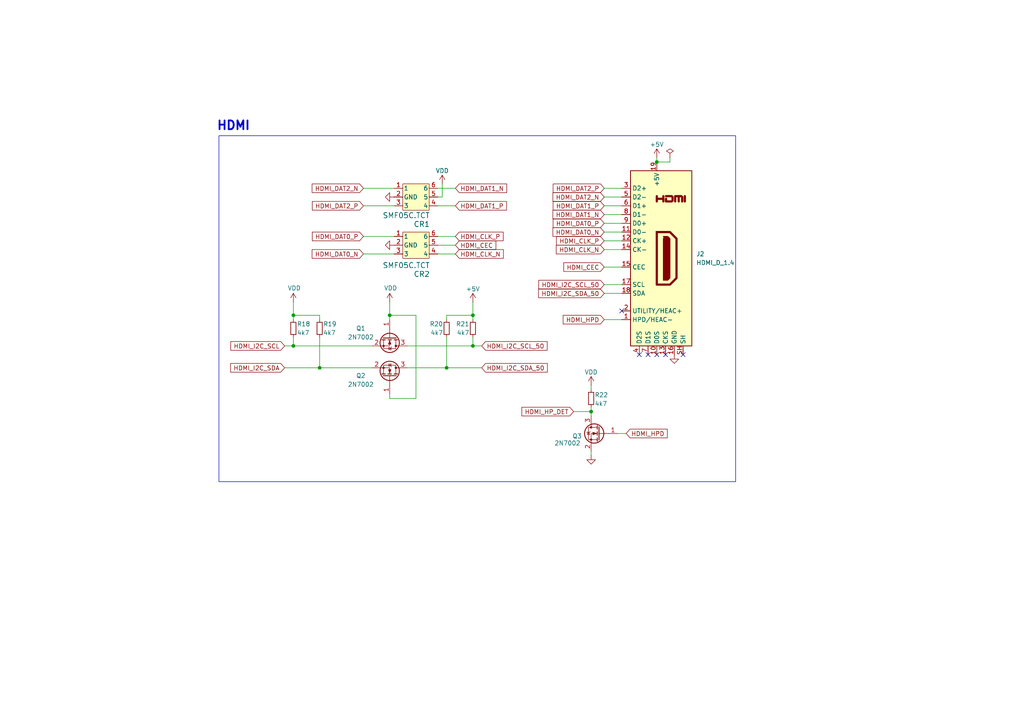
<source format=kicad_sch>
(kicad_sch (version 20231120) (generator "eeschema") (generator_version "8.0")
  (paper "A4")
  (lib_symbols
    (symbol "Connector:HDMI_D_1.4"
      (property "Reference" "J" (at -6.35 26.67 0))
      (property "Value" "HDMI_D_1.4" (at 10.16 26.67 0))
      (symbol "HDMI_D_1.4_0_0"
        (polyline (pts (xy 8.128 16.51) (xy 8.128 18.034)) (stroke (width 0.635)))
        (polyline (pts (xy 0 16.51) (xy 0 18.034) (xy 0 17.272) (xy 1.905 17.272) (xy 1.905 18.034) (xy 1.905 16.51)) (stroke (width 0.635)))
        (polyline (pts (xy 2.667 18.034) (xy 4.318 18.034) (xy 4.572 17.78) (xy 4.572 16.764) (xy 4.318 16.51) (xy 2.667 16.51) (xy 2.667 17.272)) (stroke (width 0.635)))
      )
      (symbol "HDMI_D_1.4_0_1"
        (rectangle (start -7.62 25.4) (end 10.16 -25.4) (stroke (width 0.254)) (fill (type background)))
        (polyline (pts (xy 0 7.62) (xy 3.81 7.62) (xy 5.715 5.715) (xy 5.715 -5.715) (xy 3.81 -7.62) (xy 0 -7.62) (xy 0 7.62)) (stroke (width 0.635)))
        (polyline (pts (xy 1.905 6.35) (xy 3.175 6.35) (xy 3.81 5.715) (xy 3.81 -5.715) (xy 3.175 -6.35) (xy 1.905 -6.35) (xy 1.905 5.715)) (stroke (width 0.254)) (fill (type outline)))
        (polyline (pts (xy 5.334 16.51) (xy 5.334 18.034) (xy 6.35 18.034) (xy 6.35 16.51) (xy 6.35 18.034) (xy 7.112 18.034) (xy 7.366 17.78) (xy 7.366 16.51)) (stroke (width 0.635)))
      )
      (symbol "HDMI_D_1.4_1_1"
        (pin passive line (at -10.16 -17.78 0) (length 2.54) (name "HPD/HEAC-") (number "1"))
        (pin power_in line (at 0 -27.94 90) (length 2.54) (name "D0S") (number "10"))
        (pin passive line (at -10.16 7.62 0) (length 2.54) (name "D0-") (number "11"))
        (pin passive line (at -10.16 5.08 0) (length 2.54) (name "CK+") (number "12"))
        (pin power_in line (at 2.54 -27.94 90) (length 2.54) (name "CKS") (number "13"))
        (pin passive line (at -10.16 2.54 0) (length 2.54) (name "CK-") (number "14"))
        (pin bidirectional line (at -10.16 -2.54 0) (length 2.54) (name "CEC") (number "15"))
        (pin power_in line (at 5.08 -27.94 90) (length 2.54) (name "GND") (number "16"))
        (pin passive line (at -10.16 -7.62 0) (length 2.54) (name "SCL") (number "17"))
        (pin bidirectional line (at -10.16 -10.16 0) (length 2.54) (name "SDA") (number "18"))
        (pin power_in line (at 0 27.94 270) (length 2.54) (name "+5V") (number "19"))
        (pin passive line (at -10.16 -15.24 0) (length 2.54) (name "UTILITY/HEAC+") (number "2"))
        (pin passive line (at -10.16 20.32 0) (length 2.54) (name "D2+") (number "3"))
        (pin power_in line (at -5.08 -27.94 90) (length 2.54) (name "D2S") (number "4"))
        (pin passive line (at -10.16 17.78 0) (length 2.54) (name "D2-") (number "5"))
        (pin passive line (at -10.16 15.24 0) (length 2.54) (name "D1+") (number "6"))
        (pin power_in line (at -2.54 -27.94 90) (length 2.54) (name "D1S") (number "7"))
        (pin passive line (at -10.16 12.7 0) (length 2.54) (name "D1-") (number "8"))
        (pin passive line (at -10.16 10.16 0) (length 2.54) (name "D0+") (number "9"))
        (pin passive line (at 7.62 -27.94 90) (length 2.54) (name "SH") (number "SH"))
      )
    )
    (symbol "Device:R_Small" (pin_numbers hide) (pin_names (offset 0.254) hide)
      (property "Reference" "R" (at 0.762 0.508 0))
      (property "Value" "R_Small" (at 0.762 -1.016 0))
      (symbol "R_Small_0_1"
        (rectangle (start -0.762 1.778) (end 0.762 -1.778) (stroke (width 0.2032)))
      )
      (symbol "R_Small_1_1"
        (pin passive line (at 0 2.54 270) (length 0.762) (name "~") (number "1"))
        (pin passive line (at 0 -2.54 90) (length 0.762) (name "~") (number "2"))
      )
    )
    (symbol "SMF05C.TCT_1" (pin_names (offset 0.254))
      (property "Reference" "CR" (at 12.7 7.62 0))
      (property "Value" "SMF05C.TCT" (at 12.7 5.08 0))
      (symbol "SMF05C.TCT_1_1_1"
        (rectangle (start 2.54 1.27) (end 10.16 -6.35) (fill (type background)))
        (pin input line (at 0 0 0) (length 2.54) (name "1") (number "1"))
        (pin input line (at 0 -2.54 0) (length 2.54) (name "GND") (number "2"))
        (pin input line (at 0 -5.08 0) (length 2.54) (name "3") (number "3"))
        (pin input line (at 12.7 -5.08 180) (length 2.54) (name "4") (number "4"))
        (pin input line (at 12.7 -2.54 180) (length 2.54) (name "5") (number "5"))
        (pin input line (at 12.7 0 180) (length 2.54) (name "6") (number "6"))
      )
    )
    (symbol "Transistor_FET:2N7002" (pin_names hide)
      (property "Reference" "Q" (at 5.08 1.905 0))
      (property "Value" "2N7002" (at 5.08 0 0))
      (symbol "2N7002_0_1"
        (polyline (pts (xy 0.254 0) (xy -2.54 0)))
        (polyline (pts (xy 0.254 1.905) (xy 0.254 -1.905)) (stroke (width 0.254)))
        (polyline (pts (xy 0.762 -1.27) (xy 0.762 -2.286)) (stroke (width 0.254)))
        (polyline (pts (xy 0.762 0.508) (xy 0.762 -0.508)) (stroke (width 0.254)))
        (polyline (pts (xy 0.762 2.286) (xy 0.762 1.27)) (stroke (width 0.254)))
        (polyline (pts (xy 2.54 2.54) (xy 2.54 1.778)))
        (polyline (pts (xy 2.54 -2.54) (xy 2.54 0) (xy 0.762 0)))
        (polyline (pts (xy 0.762 -1.778) (xy 3.302 -1.778) (xy 3.302 1.778) (xy 0.762 1.778)))
        (polyline (pts (xy 1.016 0) (xy 2.032 0.381) (xy 2.032 -0.381) (xy 1.016 0)) (fill (type outline)))
        (polyline (pts (xy 2.794 0.508) (xy 2.921 0.381) (xy 3.683 0.381) (xy 3.81 0.254)))
        (polyline (pts (xy 3.302 0.381) (xy 2.921 -0.254) (xy 3.683 -0.254) (xy 3.302 0.381)))
        (circle (center 1.651 0) (radius 2.794) (stroke (width 0.254)))
        (circle (center 2.54 -1.778) (radius 0.254) (fill (type outline)))
        (circle (center 2.54 1.778) (radius 0.254) (fill (type outline)))
      )
      (symbol "2N7002_1_1"
        (pin input line (at -5.08 0 0) (length 2.54) (name "G") (number "1"))
        (pin passive line (at 2.54 -5.08 90) (length 2.54) (name "S") (number "2"))
        (pin passive line (at 2.54 5.08 270) (length 2.54) (name "D") (number "3"))
      )
    )
    (symbol "power:+3V3" (power) (pin_numbers hide) (pin_names (offset 0) hide)
      (property "Value" "+3V3" (at 0 3.556 0))
      (symbol "+3V3_0_1"
        (polyline (pts (xy -0.762 1.27) (xy 0 2.54)))
        (polyline (pts (xy 0 0) (xy 0 2.54)))
        (polyline (pts (xy 0 2.54) (xy 0.762 1.27)))
      )
      (symbol "+3V3_1_1"
        (pin power_in line (at 0 0 90) (length 0) (name "~") (number "1"))
      )
    )
    (symbol "power:+5V" (power) (pin_numbers hide) (pin_names (offset 0) hide)
      (property "Value" "+5V" (at 0 3.556 0))
      (symbol "+5V_0_1"
        (polyline (pts (xy -0.762 1.27) (xy 0 2.54)))
        (polyline (pts (xy 0 0) (xy 0 2.54)))
        (polyline (pts (xy 0 2.54) (xy 0.762 1.27)))
      )
      (symbol "+5V_1_1"
        (pin power_in line (at 0 0 90) (length 0) (name "~") (number "1"))
      )
    )
    (symbol "power:GND" (power) (pin_numbers hide) (pin_names (offset 0) hide)
      (property "Value" "GND" (at 0 -3.81 0))
      (symbol "GND_0_1"
        (polyline (pts (xy 0 0) (xy 0 -1.27) (xy 1.27 -1.27) (xy 0 -2.54) (xy -1.27 -1.27) (xy 0 -1.27)))
      )
      (symbol "GND_1_1"
        (pin power_in line (at 0 0 270) (length 0) (name "~") (number "1"))
      )
    )
    (symbol "power:PWR_FLAG" (power) (pin_numbers hide) (pin_names (offset 0) hide)
      (property "Value" "PWR_FLAG" (at 0 3.81 0))
      (symbol "PWR_FLAG_0_0"
        (pin power_out line (at 0 0 90) (length 0) (name "~") (number "1"))
      )
      (symbol "PWR_FLAG_0_1"
        (polyline (pts (xy 0 0) (xy 0 1.27) (xy -1.016 1.905) (xy 0 2.54) (xy 1.016 1.905) (xy 0 1.27)))
      )
    )
    (symbol "power:VDD" (power) (pin_numbers hide) (pin_names (offset 0) hide)
      (property "Value" "VDD" (at 0 3.556 0))
      (symbol "VDD_0_1"
        (polyline (pts (xy -0.762 1.27) (xy 0 2.54)))
        (polyline (pts (xy 0 0) (xy 0 2.54)))
        (polyline (pts (xy 0 2.54) (xy 0.762 1.27)))
      )
      (symbol "VDD_1_1"
        (pin power_in line (at 0 0 90) (length 0) (name "~") (number "1"))
      )
    )
  )
  (junction (at 129.54 106.68))
  (junction (at 190.5 46.99))
  (junction (at 92.71 106.68))
  (junction (at 85.09 91.44))
  (junction (at 137.16 91.44))
  (junction (at 85.09 100.33))
  (junction (at 137.16 100.33))
  (junction (at 171.45 119.38))
  (junction (at 113.03 91.44))
  (no_connect (at 180.34 90.17))
  (no_connect (at 187.96 102.87))
  (no_connect (at 198.12 102.87))
  (no_connect (at 190.5 102.87))
  (no_connect (at 193.04 102.87))
  (no_connect (at 185.42 102.87))
  (wire (pts (xy 82.55 106.68) (xy 92.71 106.68)))
  (wire (pts (xy 180.34 82.55) (xy 175.26 82.55)))
  (wire (pts (xy 105.41 59.69) (xy 114.3 59.69)))
  (wire (pts (xy 180.34 85.09) (xy 175.26 85.09)))
  (wire (pts (xy 120.65 91.44) (xy 113.03 91.44)))
  (wire (pts (xy 85.09 91.44) (xy 92.71 91.44)))
  (wire (pts (xy 137.16 91.44) (xy 137.16 92.71)))
  (wire (pts (xy 137.16 87.63) (xy 137.16 91.44)))
  (wire (pts (xy 105.41 54.61) (xy 114.3 54.61)))
  (wire (pts (xy 129.54 97.79) (xy 129.54 106.68)))
  (wire (pts (xy 128.27 57.15) (xy 127 57.15)))
  (wire (pts (xy 127 73.66) (xy 132.08 73.66)))
  (wire (pts (xy 113.03 91.44) (xy 113.03 92.71)))
  (wire (pts (xy 180.34 64.77) (xy 175.26 64.77)))
  (wire (pts (xy 139.7 100.33) (xy 137.16 100.33)))
  (wire (pts (xy 166.37 119.38) (xy 171.45 119.38)))
  (wire (pts (xy 180.34 69.85) (xy 175.26 69.85)))
  (wire (pts (xy 85.09 100.33) (xy 107.95 100.33)))
  (wire (pts (xy 194.31 46.99) (xy 190.5 46.99)))
  (wire (pts (xy 190.5 45.72) (xy 190.5 46.99)))
  (wire (pts (xy 180.34 77.47) (xy 175.26 77.47)))
  (wire (pts (xy 128.27 53.34) (xy 128.27 57.15)))
  (wire (pts (xy 127 68.58) (xy 132.08 68.58)))
  (wire (pts (xy 180.34 59.69) (xy 175.26 59.69)))
  (wire (pts (xy 132.08 71.12) (xy 127 71.12)))
  (wire (pts (xy 137.16 100.33) (xy 118.11 100.33)))
  (wire (pts (xy 105.41 73.66) (xy 114.3 73.66)))
  (wire (pts (xy 129.54 106.68) (xy 139.7 106.68)))
  (wire (pts (xy 92.71 97.79) (xy 92.71 106.68)))
  (wire (pts (xy 137.16 97.79) (xy 137.16 100.33)))
  (wire (pts (xy 137.16 91.44) (xy 129.54 91.44)))
  (wire (pts (xy 181.61 125.73) (xy 179.07 125.73)))
  (wire (pts (xy 180.34 72.39) (xy 175.26 72.39)))
  (wire (pts (xy 129.54 91.44) (xy 129.54 92.71)))
  (wire (pts (xy 171.45 111.76) (xy 171.45 113.03)))
  (wire (pts (xy 127 59.69) (xy 132.08 59.69)))
  (wire (pts (xy 113.03 114.3) (xy 113.03 115.57)))
  (wire (pts (xy 120.65 91.44) (xy 120.65 115.57)))
  (wire (pts (xy 85.09 91.44) (xy 85.09 92.71)))
  (wire (pts (xy 180.34 62.23) (xy 175.26 62.23)))
  (wire (pts (xy 113.03 87.63) (xy 113.03 91.44)))
  (wire (pts (xy 194.31 45.72) (xy 194.31 46.99)))
  (wire (pts (xy 180.34 57.15) (xy 175.26 57.15)))
  (wire (pts (xy 92.71 91.44) (xy 92.71 92.71)))
  (wire (pts (xy 82.55 100.33) (xy 85.09 100.33)))
  (wire (pts (xy 127 54.61) (xy 132.08 54.61)))
  (wire (pts (xy 180.34 67.31) (xy 175.26 67.31)))
  (wire (pts (xy 171.45 118.11) (xy 171.45 119.38)))
  (wire (pts (xy 171.45 119.38) (xy 171.45 120.65)))
  (wire (pts (xy 105.41 68.58) (xy 114.3 68.58)))
  (wire (pts (xy 85.09 97.79) (xy 85.09 100.33)))
  (wire (pts (xy 120.65 115.57) (xy 113.03 115.57)))
  (wire (pts (xy 85.09 87.63) (xy 85.09 91.44)))
  (wire (pts (xy 180.34 92.71) (xy 175.26 92.71)))
  (wire (pts (xy 92.71 106.68) (xy 107.95 106.68)))
  (wire (pts (xy 118.11 106.68) (xy 129.54 106.68)))
  (wire (pts (xy 171.45 130.81) (xy 171.45 132.08)))
  (wire (pts (xy 180.34 54.61) (xy 175.26 54.61)))
  (rectangle (start 63.5 39.37) (end 213.36 139.7))
  (text "HDMI" (at 62.738 36.576 0) (effects (font (size 2.54 2.54) (thickness 0.508) (bold yes)) (justify left)))
  (global_label "HDMI_DAT0_N" (shape input) (at 105.41 73.66 180) (property "Intersheetrefs" "${INTERSHEET_REFS}" (effects (hide yes))))
  (global_label "HDMI_CLK_P" (shape input) (at 132.08 68.58 0) (property "Intersheetrefs" "${INTERSHEET_REFS}" (effects (hide yes))))
  (global_label "HDMI_DAT0_P" (shape input) (at 175.26 64.77 180) (property "Intersheetrefs" "${INTERSHEET_REFS}" (effects (hide yes))))
  (global_label "HDMI_HPD" (shape input) (at 181.61 125.73 0) (property "Intersheetrefs" "${INTERSHEET_REFS}" (effects (hide yes))))
  (global_label "HDMI_DAT2_P" (shape input) (at 105.41 59.69 180) (property "Intersheetrefs" "${INTERSHEET_REFS}" (effects (hide yes))))
  (global_label "HDMI_DAT2_N" (shape input) (at 105.41 54.61 180) (property "Intersheetrefs" "${INTERSHEET_REFS}" (effects (hide yes))))
  (global_label "HDMI_CLK_P" (shape input) (at 175.26 69.85 180) (property "Intersheetrefs" "${INTERSHEET_REFS}" (effects (hide yes))))
  (global_label "HDMI_CLK_N" (shape input) (at 175.26 72.39 180) (property "Intersheetrefs" "${INTERSHEET_REFS}" (effects (hide yes))))
  (global_label "HDMI_DAT2_N" (shape input) (at 175.26 57.15 180) (property "Intersheetrefs" "${INTERSHEET_REFS}" (effects (hide yes))))
  (global_label "HDMI_I2C_SDA" (shape input) (at 82.55 106.68 180) (property "Intersheetrefs" "${INTERSHEET_REFS}" (effects (hide yes))))
  (global_label "HDMI_HPD" (shape input) (at 175.26 92.71 180) (property "Intersheetrefs" "${INTERSHEET_REFS}" (effects (hide yes))))
  (global_label "HDMI_DAT1_P" (shape input) (at 132.08 59.69 0) (property "Intersheetrefs" "${INTERSHEET_REFS}" (effects (hide yes))))
  (global_label "HDMI_CLK_N" (shape input) (at 132.08 73.66 0) (property "Intersheetrefs" "${INTERSHEET_REFS}" (effects (hide yes))))
  (global_label "HDMI_I2C_SCL_50" (shape input) (at 175.26 82.55 180) (property "Intersheetrefs" "${INTERSHEET_REFS}" (effects (hide yes))))
  (global_label "HDMI_DAT1_N" (shape input) (at 175.26 62.23 180) (property "Intersheetrefs" "${INTERSHEET_REFS}" (effects (hide yes))))
  (global_label "HDMI_DAT2_P" (shape input) (at 175.26 54.61 180) (property "Intersheetrefs" "${INTERSHEET_REFS}" (effects (hide yes))))
  (global_label "HDMI_DAT1_P" (shape input) (at 175.26 59.69 180) (property "Intersheetrefs" "${INTERSHEET_REFS}" (effects (hide yes))))
  (global_label "HDMI_I2C_SDA_50" (shape input) (at 139.7 106.68 0) (property "Intersheetrefs" "${INTERSHEET_REFS}" (effects (hide yes))))
  (global_label "HDMI_CEC" (shape input) (at 175.26 77.47 180) (property "Intersheetrefs" "${INTERSHEET_REFS}" (effects (hide yes))))
  (global_label "HDMI_I2C_SCL" (shape input) (at 82.55 100.33 180) (property "Intersheetrefs" "${INTERSHEET_REFS}" (effects (hide yes))))
  (global_label "HDMI_I2C_SDA_50" (shape input) (at 175.26 85.09 180) (property "Intersheetrefs" "${INTERSHEET_REFS}" (effects (hide yes))))
  (global_label "HDMI_DAT1_N" (shape input) (at 132.08 54.61 0) (property "Intersheetrefs" "${INTERSHEET_REFS}" (effects (hide yes))))
  (global_label "HDMI_DAT0_P" (shape input) (at 105.41 68.58 180) (property "Intersheetrefs" "${INTERSHEET_REFS}" (effects (hide yes))))
  (global_label "HDMI_I2C_SCL_50" (shape input) (at 139.7 100.33 0) (property "Intersheetrefs" "${INTERSHEET_REFS}" (effects (hide yes))))
  (global_label "HDMI_HP_DET" (shape input) (at 166.37 119.38 180) (property "Intersheetrefs" "${INTERSHEET_REFS}" (effects (hide yes))))
  (global_label "HDMI_CEC" (shape input) (at 132.08 71.12 0) (property "Intersheetrefs" "${INTERSHEET_REFS}" (effects (hide yes))))
  (global_label "HDMI_DAT0_N" (shape input) (at 175.26 67.31 180) (property "Intersheetrefs" "${INTERSHEET_REFS}" (effects (hide yes))))
  (symbol (lib_name "SMF05C.TCT_1") (lib_id "2025-03-13_01-03-20:SMF05C.TCT") (at 114.3 68.58 0) (unit 1)
    (property "Reference" "CR2" (at 124.714 79.502 0) (effects (font (size 1.524 1.524)) (justify right)))
    (property "Value" "SMF05C.TCT" (at 124.714 76.962 0) (effects (font (size 1.524 1.524)) (justify right)))
    (property "Footprint" "Package_TO_SOT_SMD:TSOT-23-6" (effects (hide yes)))
    (property "Datasheet" "SMF05C.TCT" (effects (hide yes)))
  )
  (symbol (lib_id "power:PWR_FLAG") (at 194.31 45.72 0) (unit 1)
    (property "Reference" "#FLG02" (effects (hide yes)))
    (property "Value" "PWR_FLAG" (effects (hide yes)))
    (property "Description" "Special symbol for telling ERC where power comes from" (effects (hide yes)))
  )
  (symbol (lib_id "power:+3V3") (at 128.27 53.34 0) (unit 1)
    (property "Reference" "#PWR042" (effects (hide yes)))
    (property "Value" "VDD" (at 128.27 49.53 0))
    (property "Description" "Power symbol creates a global label with name \"+3V3\"" (effects (hide yes)))
  )
  (symbol (lib_id "Transistor_FET:2N7002") (at 113.03 109.22 270) (mirror x) (unit 1)
    (property "Reference" "Q2" (at 104.648 108.966 90))
    (property "Value" "2N7002" (at 104.648 111.506 90))
    (property "Footprint" "Package_TO_SOT_SMD:SOT-23" (effects (hide yes)))
    (property "Datasheet" "https://www.onsemi.com/pub/Collateral/NDS7002A-D.PDF" (effects (hide yes)))
    (property "Description" "0.115A Id, 60V Vds, N-Channel MOSFET, SOT-23" (effects (hide yes)))
  )
  (symbol (lib_id "Device:R_Small") (at 85.09 95.25 0) (unit 1)
    (property "Reference" "R18" (at 86.106 93.98 0) (effects (justify left)))
    (property "Value" "4k7" (at 86.106 96.52 0) (effects (justify left)))
    (property "Footprint" "Resistor_SMD:R_0402_1005Metric" (effects (hide yes)))
    (property "Description" "Resistor, small symbol" (effects (hide yes)))
  )
  (symbol (lib_name "SMF05C.TCT_1") (lib_id "2025-03-13_01-03-20:SMF05C.TCT") (at 114.3 54.61 0) (unit 1)
    (property "Reference" "CR1" (at 124.714 65.024 0) (effects (font (size 1.524 1.524)) (justify right)))
    (property "Value" "SMF05C.TCT" (at 124.714 62.484 0) (effects (font (size 1.524 1.524)) (justify right)))
    (property "Footprint" "Package_TO_SOT_SMD:TSOT-23-6" (effects (hide yes)))
    (property "Datasheet" "SMF05C.TCT" (effects (hide yes)))
  )
  (symbol (lib_id "power:GND") (at 114.3 71.12 270) (unit 1)
    (property "Reference" "#PWR044" (effects (hide yes)))
    (property "Value" "GND" (effects (hide yes)))
    (property "Description" "Power symbol creates a global label with name \"GND\" , ground" (effects (hide yes)))
  )
  (symbol (lib_id "Transistor_FET:2N7002") (at 113.03 97.79 270) (unit 1)
    (property "Reference" "Q1" (at 104.648 95.25 90))
    (property "Value" "2N7002" (at 104.648 97.79 90))
    (property "Footprint" "Package_TO_SOT_SMD:SOT-23" (effects (hide yes)))
    (property "Datasheet" "https://www.onsemi.com/pub/Collateral/NDS7002A-D.PDF" (effects (hide yes)))
    (property "Description" "0.115A Id, 60V Vds, N-Channel MOSFET, SOT-23" (effects (hide yes)))
  )
  (symbol (lib_id "Transistor_FET:2N7002") (at 173.99 125.73 0) (mirror y) (unit 1)
    (property "Reference" "Q3" (at 167.386 126.492 0))
    (property "Value" "2N7002" (at 164.592 128.524 0))
    (property "Footprint" "Package_TO_SOT_SMD:SOT-23" (effects (hide yes)))
    (property "Datasheet" "https://www.onsemi.com/pub/Collateral/NDS7002A-D.PDF" (effects (hide yes)))
    (property "Description" "0.115A Id, 60V Vds, N-Channel MOSFET, SOT-23" (effects (hide yes)))
  )
  (symbol (lib_id "power:GND") (at 114.3 57.15 270) (unit 1)
    (property "Reference" "#PWR043" (effects (hide yes)))
    (property "Value" "GND" (effects (hide yes)))
    (property "Description" "Power symbol creates a global label with name \"GND\" , ground" (effects (hide yes)))
  )
  (symbol (lib_id "Device:R_Small") (at 92.71 95.25 0) (unit 1)
    (property "Reference" "R19" (at 93.726 93.98 0) (effects (justify left)))
    (property "Value" "4k7" (at 93.726 96.52 0) (effects (justify left)))
    (property "Footprint" "Resistor_SMD:R_0402_1005Metric" (effects (hide yes)))
    (property "Description" "Resistor, small symbol" (effects (hide yes)))
  )
  (symbol (lib_id "power:VDD") (at 113.03 87.63 0) (unit 1)
    (property "Reference" "#PWR046" (effects (hide yes)))
    (property "Value" "VDD" (at 113.284 83.566 0))
    (property "Description" "Power symbol creates a global label with name \"VDD\"" (effects (hide yes)))
  )
  (symbol (lib_id "power:VDD") (at 137.16 87.63 0) (mirror y) (unit 1)
    (property "Reference" "#PWR047" (effects (hide yes)))
    (property "Value" "+5V" (at 137.16 83.82 0))
    (property "Description" "Power symbol creates a global label with name \"VDD\"" (effects (hide yes)))
  )
  (symbol (lib_id "power:GND") (at 195.58 102.87 0) (unit 1)
    (property "Reference" "#PWR048" (effects (hide yes)))
    (property "Value" "GND" (effects (hide yes)))
    (property "Description" "Power symbol creates a global label with name \"GND\" , ground" (effects (hide yes)))
  )
  (symbol (lib_id "Device:R_Small") (at 129.54 95.25 0) (mirror y) (unit 1)
    (property "Reference" "R20" (at 128.524 93.98 0) (effects (justify left)))
    (property "Value" "4k7" (at 128.524 96.52 0) (effects (justify left)))
    (property "Footprint" "Resistor_SMD:R_0402_1005Metric" (effects (hide yes)))
    (property "Description" "Resistor, small symbol" (effects (hide yes)))
  )
  (symbol (lib_id "power:VDD") (at 85.09 87.63 0) (unit 1)
    (property "Reference" "#PWR045" (effects (hide yes)))
    (property "Value" "VDD" (at 85.344 83.566 0))
    (property "Description" "Power symbol creates a global label with name \"VDD\"" (effects (hide yes)))
  )
  (symbol (lib_id "Connector:HDMI_D_1.4") (at 190.5 74.93 0) (unit 1)
    (property "Reference" "J2" (at 201.93 73.6599 0) (effects (justify left)))
    (property "Value" "HDMI_D_1.4" (at 201.93 76.1999 0) (effects (justify left)))
    (property "Footprint" "Connector_Video:HDMI_Micro-D_Molex_46765-0x01" (effects (hide yes)))
    (property "Datasheet" "http://pinoutguide.com/PortableDevices/micro_hdmi_type_d_pinout.shtml" (effects (hide yes)))
    (property "Description" "HDMI 1.4+ type D connector" (effects (hide yes)))
  )
  (symbol (lib_id "Device:R_Small") (at 137.16 95.25 0) (mirror y) (unit 1)
    (property "Reference" "R21" (at 136.144 93.98 0) (effects (justify left)))
    (property "Value" "4k7" (at 136.144 96.52 0) (effects (justify left)))
    (property "Footprint" "Resistor_SMD:R_0402_1005Metric" (effects (hide yes)))
    (property "Description" "Resistor, small symbol" (effects (hide yes)))
  )
  (symbol (lib_id "power:VDD") (at 171.45 111.76 0) (unit 1)
    (property "Reference" "#PWR049" (effects (hide yes)))
    (property "Value" "VDD" (at 171.45 107.95 0))
    (property "Description" "Power symbol creates a global label with name \"VDD\"" (effects (hide yes)))
  )
  (symbol (lib_id "power:+5V") (at 190.5 45.72 0) (unit 1)
    (property "Reference" "#PWR041" (effects (hide yes)))
    (property "Value" "+5V" (at 190.5 41.91 0))
    (property "Description" "Power symbol creates a global label with name \"+5V\"" (effects (hide yes)))
  )
  (symbol (lib_id "Device:R_Small") (at 171.45 115.57 0) (unit 1)
    (property "Reference" "R22" (at 172.466 114.554 0) (effects (justify left)))
    (property "Value" "4k7" (at 172.466 117.094 0) (effects (justify left)))
    (property "Footprint" "Resistor_SMD:R_0402_1005Metric" (effects (hide yes)))
    (property "Description" "Resistor, small symbol" (effects (hide yes)))
  )
  (symbol (lib_id "power:GND") (at 171.45 132.08 0) (unit 1)
    (property "Reference" "#PWR050" (effects (hide yes)))
    (property "Value" "GND" (effects (hide yes)))
    (property "Description" "Power symbol creates a global label with name \"GND\" , ground" (effects (hide yes)))
  )
)
</source>
